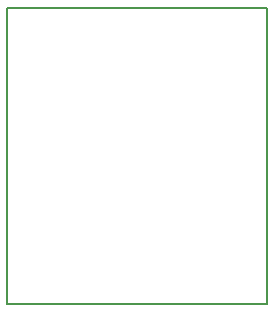
<source format=gko>
G04 #@! TF.FileFunction,Profile,NP*
%FSLAX46Y46*%
G04 Gerber Fmt 4.6, Leading zero omitted, Abs format (unit mm)*
G04 Created by KiCad (PCBNEW 4.0.4-1.fc24-product) date Thu Jun 14 15:19:39 2018*
%MOMM*%
%LPD*%
G01*
G04 APERTURE LIST*
%ADD10C,0.100000*%
%ADD11C,0.150000*%
G04 APERTURE END LIST*
D10*
D11*
X141000000Y-96000000D02*
X163000000Y-96000000D01*
X141000000Y-71000000D02*
X141000000Y-96000000D01*
X163000000Y-96000000D02*
X163000000Y-71000000D01*
X163000000Y-71000000D02*
X141000000Y-71000000D01*
M02*

</source>
